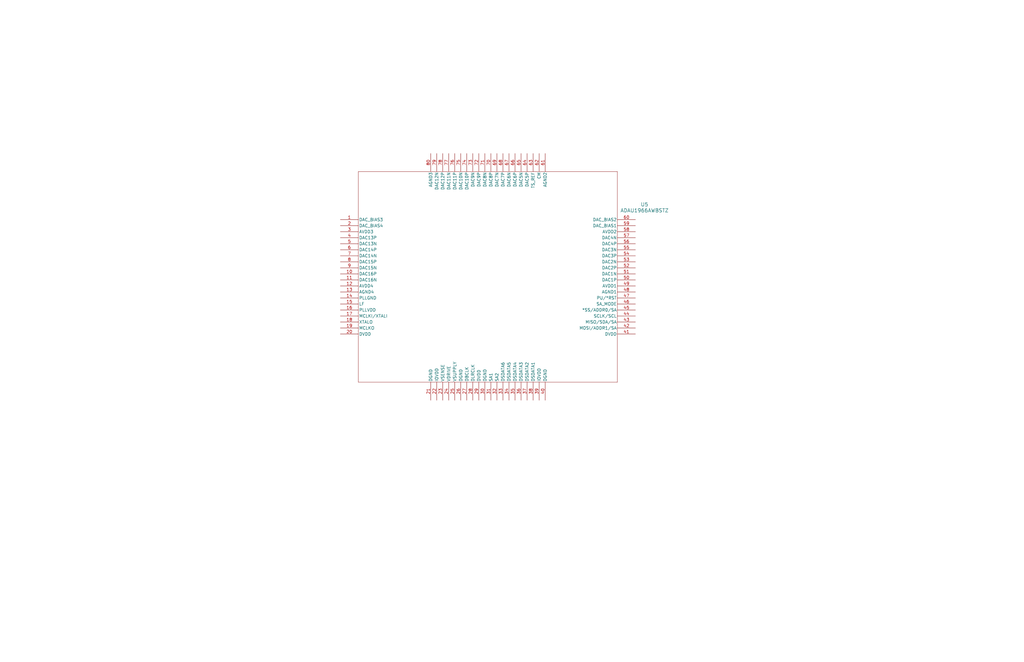
<source format=kicad_sch>
(kicad_sch (version 20250114) (generator "eeschema") (generator_version "9.0")
  (paper "B")
  (title_block (title "Transmit DACs") (date "2026-01-02") (rev "0.0") (company "Andy McCann KA3KAF and Doug McCann KA3KAG"))
  (lib_symbols
    (symbol "ADAU1966:ADAU1966AWBSTZ" (pin_names (offset 0.254))
      (property "Reference" "U" (at 38.1 25.4 0))
      (property "Value" "ADAU1966AWBSTZ" (at 38.1 22.86 0))
      (symbol "ADAU1966AWBSTZ_0_1"
        (polyline (pts (xy 7.62 20.32) (xy 7.62 -68.58)) (stroke (width 0.127)))
        (polyline (pts (xy 7.62 -68.58) (xy 116.84 -68.58)) (stroke (width 0.127)))
        (polyline (pts (xy 116.84 20.32) (xy 7.62 20.32)) (stroke (width 0.127)))
        (polyline (pts (xy 116.84 -68.58) (xy 116.84 20.32)) (stroke (width 0.127)))
        (pin unspecified line (at 0 0 0) (length 7.62) (name "DAC_BIAS3") (number "1"))
        (pin unspecified line (at 0 -2.54 0) (length 7.62) (name "DAC_BIAS4") (number "2"))
        (pin unspecified line (at 0 -5.08 0) (length 7.62) (name "AVDD3") (number "3"))
        (pin unspecified line (at 0 -7.62 0) (length 7.62) (name "DAC13P") (number "4"))
        (pin unspecified line (at 0 -10.16 0) (length 7.62) (name "DAC13N") (number "5"))
        (pin unspecified line (at 0 -12.7 0) (length 7.62) (name "DAC14P") (number "6"))
        (pin unspecified line (at 0 -15.24 0) (length 7.62) (name "DAC14N") (number "7"))
        (pin unspecified line (at 0 -17.78 0) (length 7.62) (name "DAC15P") (number "8"))
        (pin unspecified line (at 0 -20.32 0) (length 7.62) (name "DAC15N") (number "9"))
        (pin unspecified line (at 0 -22.86 0) (length 7.62) (name "DAC16P") (number "10"))
        (pin unspecified line (at 0 -25.4 0) (length 7.62) (name "DAC16N") (number "11"))
        (pin unspecified line (at 0 -27.94 0) (length 7.62) (name "AVDD4") (number "12"))
        (pin unspecified line (at 0 -30.48 0) (length 7.62) (name "AGND4") (number "13"))
        (pin unspecified line (at 0 -33.02 0) (length 7.62) (name "PLLGND") (number "14"))
        (pin unspecified line (at 0 -35.56 0) (length 7.62) (name "LF") (number "15"))
        (pin unspecified line (at 0 -38.1 0) (length 7.62) (name "PLLVDD") (number "16"))
        (pin unspecified line (at 0 -40.64 0) (length 7.62) (name "MCLKI/XTALI") (number "17"))
        (pin unspecified line (at 0 -43.18 0) (length 7.62) (name "XTALO") (number "18"))
        (pin unspecified line (at 0 -45.72 0) (length 7.62) (name "MCLKO") (number "19"))
        (pin unspecified line (at 0 -48.26 0) (length 7.62) (name "DVDD") (number "20"))
        (pin unspecified line (at 38.1 27.94 270) (length 7.62) (name "AGND3") (number "80"))
        (pin unspecified line (at 38.1 -76.2 90) (length 7.62) (name "DGND") (number "21"))
        (pin unspecified line (at 40.64 27.94 270) (length 7.62) (name "DAC12N") (number "79"))
        (pin unspecified line (at 40.64 -76.2 90) (length 7.62) (name "IOVDD") (number "22"))
        (pin unspecified line (at 43.18 27.94 270) (length 7.62) (name "DAC12P") (number "78"))
        (pin unspecified line (at 43.18 -76.2 90) (length 7.62) (name "VSENSE") (number "23"))
        (pin unspecified line (at 45.72 27.94 270) (length 7.62) (name "DAC11N") (number "77"))
        (pin unspecified line (at 45.72 -76.2 90) (length 7.62) (name "VDRIVE") (number "24"))
        (pin unspecified line (at 48.26 27.94 270) (length 7.62) (name "DAC11P") (number "76"))
        (pin unspecified line (at 48.26 -76.2 90) (length 7.62) (name "VSUPPLY") (number "25"))
        (pin unspecified line (at 50.8 27.94 270) (length 7.62) (name "DAC10N") (number "75"))
        (pin unspecified line (at 50.8 -76.2 90) (length 7.62) (name "DGND") (number "26"))
        (pin unspecified line (at 53.34 27.94 270) (length 7.62) (name "DAC10P") (number "74"))
        (pin unspecified line (at 53.34 -76.2 90) (length 7.62) (name "DBCLK") (number "27"))
        (pin unspecified line (at 55.88 27.94 270) (length 7.62) (name "DAC9N") (number "73"))
        (pin unspecified line (at 55.88 -76.2 90) (length 7.62) (name "DLRCLK") (number "28"))
        (pin unspecified line (at 58.42 27.94 270) (length 7.62) (name "DAC9P") (number "72"))
        (pin unspecified line (at 58.42 -76.2 90) (length 7.62) (name "DVDD") (number "29"))
        (pin unspecified line (at 60.96 27.94 270) (length 7.62) (name "DAC8N") (number "71"))
        (pin unspecified line (at 60.96 -76.2 90) (length 7.62) (name "DGND") (number "30"))
        (pin unspecified line (at 63.5 27.94 270) (length 7.62) (name "DAC8P") (number "70"))
        (pin unspecified line (at 63.5 -76.2 90) (length 7.62) (name "SA1") (number "31"))
        (pin unspecified line (at 66.04 27.94 270) (length 7.62) (name "DAC7N") (number "69"))
        (pin unspecified line (at 66.04 -76.2 90) (length 7.62) (name "SA2") (number "32"))
        (pin unspecified line (at 68.58 27.94 270) (length 7.62) (name "DAC7P") (number "68"))
        (pin unspecified line (at 68.58 -76.2 90) (length 7.62) (name "DSDATA6") (number "33"))
        (pin unspecified line (at 71.12 27.94 270) (length 7.62) (name "DAC6N") (number "67"))
        (pin unspecified line (at 71.12 -76.2 90) (length 7.62) (name "DSDATA5") (number "34"))
        (pin unspecified line (at 73.66 27.94 270) (length 7.62) (name "DAC6P") (number "66"))
        (pin unspecified line (at 73.66 -76.2 90) (length 7.62) (name "DSDATA4") (number "35"))
        (pin unspecified line (at 76.2 27.94 270) (length 7.62) (name "DAC5N") (number "65"))
        (pin unspecified line (at 76.2 -76.2 90) (length 7.62) (name "DSDATA3") (number "36"))
        (pin unspecified line (at 78.74 27.94 270) (length 7.62) (name "DAC5P") (number "64"))
        (pin unspecified line (at 78.74 -76.2 90) (length 7.62) (name "DSDATA2") (number "37"))
        (pin unspecified line (at 81.28 27.94 270) (length 7.62) (name "TS_REF") (number "63"))
        (pin unspecified line (at 81.28 -76.2 90) (length 7.62) (name "DSDATA1") (number "38"))
        (pin unspecified line (at 83.82 27.94 270) (length 7.62) (name "CM") (number "62"))
        (pin unspecified line (at 83.82 -76.2 90) (length 7.62) (name "IOVDD") (number "39"))
        (pin unspecified line (at 86.36 27.94 270) (length 7.62) (name "AGND2") (number "61"))
        (pin unspecified line (at 86.36 -76.2 90) (length 7.62) (name "DGND") (number "40"))
        (pin unspecified line (at 124.46 0 180) (length 7.62) (name "DAC_BIAS2") (number "60"))
        (pin unspecified line (at 124.46 -2.54 180) (length 7.62) (name "DAC_BIAS1") (number "59"))
        (pin unspecified line (at 124.46 -5.08 180) (length 7.62) (name "AVDD2") (number "58"))
        (pin unspecified line (at 124.46 -7.62 180) (length 7.62) (name "DAC4N") (number "57"))
        (pin unspecified line (at 124.46 -10.16 180) (length 7.62) (name "DAC4P") (number "56"))
        (pin unspecified line (at 124.46 -12.7 180) (length 7.62) (name "DAC3N") (number "55"))
        (pin unspecified line (at 124.46 -15.24 180) (length 7.62) (name "DAC3P") (number "54"))
        (pin unspecified line (at 124.46 -17.78 180) (length 7.62) (name "DAC2N") (number "53"))
        (pin unspecified line (at 124.46 -20.32 180) (length 7.62) (name "DAC2P") (number "52"))
        (pin unspecified line (at 124.46 -22.86 180) (length 7.62) (name "DAC1N") (number "51"))
        (pin unspecified line (at 124.46 -25.4 180) (length 7.62) (name "DAC1P") (number "50"))
        (pin unspecified line (at 124.46 -27.94 180) (length 7.62) (name "AVDD1") (number "49"))
        (pin unspecified line (at 124.46 -30.48 180) (length 7.62) (name "AGND1") (number "48"))
        (pin unspecified line (at 124.46 -33.02 180) (length 7.62) (name "PU/*RST") (number "47"))
        (pin unspecified line (at 124.46 -35.56 180) (length 7.62) (name "SA_MODE") (number "46"))
        (pin unspecified line (at 124.46 -38.1 180) (length 7.62) (name "*SS/ADDR0/SA") (number "45"))
        (pin unspecified line (at 124.46 -40.64 180) (length 7.62) (name "SCLK/SCL") (number "44"))
        (pin unspecified line (at 124.46 -43.18 180) (length 7.62) (name "MISO/SDA/SA") (number "43"))
        (pin unspecified line (at 124.46 -45.72 180) (length 7.62) (name "MOSI/ADDR1/SA") (number "42"))
        (pin unspecified line (at 124.46 -48.26 180) (length 7.62) (name "DVDD") (number "41"))
      )
    )
  )
  (symbol (lib_id "ADAU1966:ADAU1966AWBSTZ") (at 143.51 92.71 0) (unit 1)
    (property "Reference" "U5" (at 271.78 86.2898 0) (effects (font (size 1.524 1.524))))
    (property "Value" "ADAU1966AWBSTZ" (at 271.78 88.8298 0) (effects (font (size 1.524 1.524))))
    (property "Footprint" "ST_80_2_ADI" (effects (hide yes)))
    (property "Datasheet" "https://www.analog.com/media/en/technical-documentation/data-sheets/ADAU1966A.pdf" (effects (hide yes)))
  )
)
</source>
